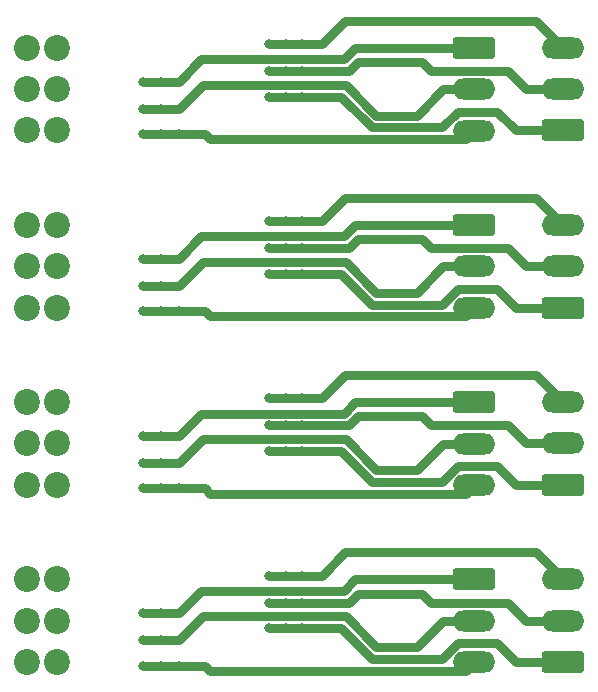
<source format=gbr>
%TF.GenerationSoftware,KiCad,Pcbnew,8.0.5*%
%TF.CreationDate,2025-06-13T10:45:04+02:00*%
%TF.ProjectId,doubleRelayExtensionSMD,646f7562-6c65-4526-956c-617945787465,rev?*%
%TF.SameCoordinates,Original*%
%TF.FileFunction,Copper,L2,Bot*%
%TF.FilePolarity,Positive*%
%FSLAX46Y46*%
G04 Gerber Fmt 4.6, Leading zero omitted, Abs format (unit mm)*
G04 Created by KiCad (PCBNEW 8.0.5) date 2025-06-13 10:45:04*
%MOMM*%
%LPD*%
G01*
G04 APERTURE LIST*
G04 Aperture macros list*
%AMRoundRect*
0 Rectangle with rounded corners*
0 $1 Rounding radius*
0 $2 $3 $4 $5 $6 $7 $8 $9 X,Y pos of 4 corners*
0 Add a 4 corners polygon primitive as box body*
4,1,4,$2,$3,$4,$5,$6,$7,$8,$9,$2,$3,0*
0 Add four circle primitives for the rounded corners*
1,1,$1+$1,$2,$3*
1,1,$1+$1,$4,$5*
1,1,$1+$1,$6,$7*
1,1,$1+$1,$8,$9*
0 Add four rect primitives between the rounded corners*
20,1,$1+$1,$2,$3,$4,$5,0*
20,1,$1+$1,$4,$5,$6,$7,0*
20,1,$1+$1,$6,$7,$8,$9,0*
20,1,$1+$1,$8,$9,$2,$3,0*%
G04 Aperture macros list end*
%TA.AperFunction,ComponentPad*%
%ADD10RoundRect,0.250000X-1.550000X0.650000X-1.550000X-0.650000X1.550000X-0.650000X1.550000X0.650000X0*%
%TD*%
%TA.AperFunction,ComponentPad*%
%ADD11O,3.600000X1.800000*%
%TD*%
%TA.AperFunction,ComponentPad*%
%ADD12C,2.200000*%
%TD*%
%TA.AperFunction,ComponentPad*%
%ADD13RoundRect,0.250000X1.550000X-0.650000X1.550000X0.650000X-1.550000X0.650000X-1.550000X-0.650000X0*%
%TD*%
%TA.AperFunction,ViaPad*%
%ADD14C,0.800000*%
%TD*%
%TA.AperFunction,Conductor*%
%ADD15C,0.800000*%
%TD*%
G04 APERTURE END LIST*
D10*
%TO.P,J12,1,Pin_1*%
%TO.N,Net-(J12-Pin_1)*%
X143357500Y-90017500D03*
D11*
%TO.P,J12,2,Pin_2*%
%TO.N,Net-(J12-Pin_2)*%
X143357500Y-93517500D03*
%TO.P,J12,3,Pin_3*%
%TO.N,Net-(J12-Pin_3)*%
X143357500Y-97017500D03*
%TD*%
D12*
%TO.P,J2,1,Pin_1*%
%TO.N,/relay2/Coil2*%
X108000000Y-52000000D03*
X105500000Y-52000000D03*
%TO.P,J2,2,Pin_2*%
%TO.N,/relay2/V+*%
X108000000Y-48500000D03*
X105500000Y-48500000D03*
%TO.P,J2,3,Pin_3*%
%TO.N,/relay2/Coil1*%
X108000000Y-45000000D03*
X105500000Y-45000000D03*
%TD*%
D10*
%TO.P,J9,1,Pin_1*%
%TO.N,Net-(J9-Pin_1)*%
X143357500Y-75017500D03*
D11*
%TO.P,J9,2,Pin_2*%
%TO.N,Net-(J9-Pin_2)*%
X143357500Y-78517500D03*
%TO.P,J9,3,Pin_3*%
%TO.N,Net-(J9-Pin_3)*%
X143357500Y-82017500D03*
%TD*%
D13*
%TO.P,J11,1,Pin_1*%
%TO.N,Net-(J11-Pin_1)*%
X150857500Y-97000000D03*
D11*
%TO.P,J11,2,Pin_2*%
%TO.N,Net-(J11-Pin_2)*%
X150857500Y-93500000D03*
%TO.P,J11,3,Pin_3*%
%TO.N,Net-(J11-Pin_3)*%
X150857500Y-90000000D03*
%TD*%
D13*
%TO.P,J3,1,Pin_1*%
%TO.N,Net-(J3-Pin_1)*%
X150857500Y-52000000D03*
D11*
%TO.P,J3,2,Pin_2*%
%TO.N,Net-(J3-Pin_2)*%
X150857500Y-48500000D03*
%TO.P,J3,3,Pin_3*%
%TO.N,Net-(J3-Pin_3)*%
X150857500Y-45000000D03*
%TD*%
D12*
%TO.P,J7,1,Pin_1*%
%TO.N,/relay3/Coil2*%
X108000000Y-82000000D03*
X105500000Y-82000000D03*
%TO.P,J7,2,Pin_2*%
%TO.N,/relay3/V+*%
X108000000Y-78500000D03*
X105500000Y-78500000D03*
%TO.P,J7,3,Pin_3*%
%TO.N,/relay3/Coil1*%
X108000000Y-75000000D03*
X105500000Y-75000000D03*
%TD*%
D13*
%TO.P,J4,1,Pin_1*%
%TO.N,Net-(J4-Pin_1)*%
X150857500Y-67000000D03*
D11*
%TO.P,J4,2,Pin_2*%
%TO.N,Net-(J4-Pin_2)*%
X150857500Y-63500000D03*
%TO.P,J4,3,Pin_3*%
%TO.N,Net-(J4-Pin_3)*%
X150857500Y-60000000D03*
%TD*%
D13*
%TO.P,J8,1,Pin_1*%
%TO.N,Net-(J8-Pin_1)*%
X150857500Y-82000000D03*
D11*
%TO.P,J8,2,Pin_2*%
%TO.N,Net-(J8-Pin_2)*%
X150857500Y-78500000D03*
%TO.P,J8,3,Pin_3*%
%TO.N,Net-(J8-Pin_3)*%
X150857500Y-75000000D03*
%TD*%
D12*
%TO.P,J10,1,Pin_1*%
%TO.N,/relay4/Coil2*%
X108000000Y-97000000D03*
X105500000Y-97000000D03*
%TO.P,J10,2,Pin_2*%
%TO.N,/relay4/V+*%
X108000000Y-93500000D03*
X105500000Y-93500000D03*
%TO.P,J10,3,Pin_3*%
%TO.N,/relay4/Coil1*%
X108000000Y-90000000D03*
X105500000Y-90000000D03*
%TD*%
%TO.P,J1,1,Pin_1*%
%TO.N,/relay1/Coil2*%
X108000000Y-67000000D03*
X105500000Y-67000000D03*
%TO.P,J1,2,Pin_2*%
%TO.N,/relay1/V+*%
X108000000Y-63500000D03*
X105500000Y-63500000D03*
%TO.P,J1,3,Pin_3*%
%TO.N,/relay1/Coil1*%
X108000000Y-60000000D03*
X105500000Y-60000000D03*
%TD*%
D10*
%TO.P,J6,1,Pin_1*%
%TO.N,Net-(J6-Pin_1)*%
X143357500Y-45017500D03*
D11*
%TO.P,J6,2,Pin_2*%
%TO.N,Net-(J6-Pin_2)*%
X143357500Y-48517500D03*
%TO.P,J6,3,Pin_3*%
%TO.N,Net-(J6-Pin_3)*%
X143357500Y-52017500D03*
%TD*%
D10*
%TO.P,J5,1,Pin_1*%
%TO.N,Net-(J5-Pin_1)*%
X143357500Y-60017500D03*
D11*
%TO.P,J5,2,Pin_2*%
%TO.N,Net-(J5-Pin_2)*%
X143357500Y-63517500D03*
%TO.P,J5,3,Pin_3*%
%TO.N,Net-(J5-Pin_3)*%
X143357500Y-67017500D03*
%TD*%
D14*
%TO.N,Net-(J4-Pin_2)*%
X127381000Y-61976000D03*
X125984000Y-61976000D03*
X128778000Y-61976000D03*
%TO.N,Net-(J4-Pin_1)*%
X125984000Y-64135000D03*
X127381000Y-64135000D03*
X128778000Y-64135000D03*
%TO.N,Net-(J4-Pin_3)*%
X128778000Y-59690000D03*
X125984000Y-59690000D03*
X127381000Y-59690000D03*
%TO.N,Net-(J5-Pin_2)*%
X116840000Y-65151000D03*
X118364000Y-65151000D03*
X115316000Y-65151000D03*
%TO.N,Net-(J5-Pin_1)*%
X116840000Y-62865000D03*
X118364000Y-62865000D03*
X115316000Y-62865000D03*
%TO.N,Net-(J5-Pin_3)*%
X115316000Y-67310000D03*
X116840000Y-67310000D03*
X118364000Y-67310000D03*
%TO.N,Net-(J3-Pin_2)*%
X127381000Y-46976000D03*
X125984000Y-46976000D03*
X128778000Y-46976000D03*
%TO.N,Net-(J3-Pin_3)*%
X125984000Y-44690000D03*
X128778000Y-44690000D03*
X127381000Y-44690000D03*
%TO.N,Net-(J3-Pin_1)*%
X128778000Y-49135000D03*
X127381000Y-49135000D03*
X125984000Y-49135000D03*
%TO.N,Net-(J6-Pin_1)*%
X118364000Y-47865000D03*
X115316000Y-47865000D03*
X116840000Y-47865000D03*
%TO.N,Net-(J6-Pin_3)*%
X116840000Y-52310000D03*
X118364000Y-52310000D03*
X115316000Y-52310000D03*
%TO.N,Net-(J6-Pin_2)*%
X115316000Y-50151000D03*
X118364000Y-50151000D03*
X116840000Y-50151000D03*
%TO.N,Net-(J8-Pin_2)*%
X128778000Y-76976000D03*
X127381000Y-76976000D03*
X125984000Y-76976000D03*
%TO.N,Net-(J8-Pin_3)*%
X127381000Y-74690000D03*
X128778000Y-74690000D03*
X125984000Y-74690000D03*
%TO.N,Net-(J8-Pin_1)*%
X127381000Y-79135000D03*
X128778000Y-79135000D03*
X125984000Y-79135000D03*
%TO.N,Net-(J9-Pin_2)*%
X116840000Y-80151000D03*
X115316000Y-80151000D03*
X118364000Y-80151000D03*
%TO.N,Net-(J9-Pin_1)*%
X118364000Y-77865000D03*
X116840000Y-77865000D03*
X115316000Y-77865000D03*
%TO.N,Net-(J9-Pin_3)*%
X118364000Y-82310000D03*
X116840000Y-82310000D03*
X115316000Y-82310000D03*
%TO.N,Net-(J11-Pin_3)*%
X128778000Y-89690000D03*
X125984000Y-89690000D03*
X127381000Y-89690000D03*
%TO.N,Net-(J11-Pin_1)*%
X127381000Y-94135000D03*
X125984000Y-94135000D03*
X128778000Y-94135000D03*
%TO.N,Net-(J11-Pin_2)*%
X127381000Y-91976000D03*
X128778000Y-91976000D03*
X125984000Y-91976000D03*
%TO.N,Net-(J12-Pin_2)*%
X118364000Y-95151000D03*
X116840000Y-95151000D03*
X115316000Y-95151000D03*
%TO.N,Net-(J12-Pin_1)*%
X116840000Y-92865000D03*
X115316000Y-92865000D03*
X118364000Y-92865000D03*
%TO.N,Net-(J12-Pin_3)*%
X115316000Y-97310000D03*
X118364000Y-97310000D03*
X116840000Y-97310000D03*
%TD*%
D15*
%TO.N,Net-(J4-Pin_2)*%
X125984000Y-61976000D02*
X128778000Y-61976000D01*
X146177000Y-61976000D02*
X147701000Y-63500000D01*
X147701000Y-63500000D02*
X150857500Y-63500000D01*
X139700000Y-61976000D02*
X146177000Y-61976000D01*
X133477000Y-61214000D02*
X138938000Y-61214000D01*
X138938000Y-61214000D02*
X139700000Y-61976000D01*
X128778000Y-61976000D02*
X132715000Y-61976000D01*
X132715000Y-61976000D02*
X133477000Y-61214000D01*
%TO.N,Net-(J4-Pin_1)*%
X128778000Y-64135000D02*
X132038805Y-64135000D01*
X132038805Y-64135000D02*
X134653805Y-66750000D01*
X145288000Y-65405000D02*
X146883000Y-67000000D01*
X140603680Y-66750000D02*
X141948680Y-65405000D01*
X141948680Y-65405000D02*
X145288000Y-65405000D01*
X134653805Y-66750000D02*
X140603680Y-66750000D01*
X146883000Y-67000000D02*
X150857500Y-67000000D01*
X125984000Y-64135000D02*
X128778000Y-64135000D01*
%TO.N,Net-(J4-Pin_3)*%
X132419000Y-57700000D02*
X148557500Y-57700000D01*
X125984000Y-59690000D02*
X130429000Y-59690000D01*
X148557500Y-57700000D02*
X150857500Y-60000000D01*
X130429000Y-59690000D02*
X132419000Y-57700000D01*
%TO.N,Net-(J5-Pin_2)*%
X132453019Y-63135000D02*
X135068019Y-65750000D01*
X138466000Y-65750000D02*
X140698500Y-63517500D01*
X118364000Y-65151000D02*
X120380000Y-63135000D01*
X140698500Y-63517500D02*
X143357500Y-63517500D01*
X135068019Y-65750000D02*
X138466000Y-65750000D01*
X115316000Y-65151000D02*
X118364000Y-65151000D01*
X120380000Y-63135000D02*
X132453019Y-63135000D01*
%TO.N,Net-(J5-Pin_1)*%
X118364000Y-62865000D02*
X120253000Y-60976000D01*
X120253000Y-60976000D02*
X132300786Y-60976000D01*
X132300786Y-60976000D02*
X133259286Y-60017500D01*
X133259286Y-60017500D02*
X143357500Y-60017500D01*
X115316000Y-62865000D02*
X118364000Y-62865000D01*
%TO.N,Net-(J5-Pin_3)*%
X120523000Y-67310000D02*
X120963000Y-67750000D01*
X142625000Y-67750000D02*
X143357500Y-67017500D01*
X115316000Y-67310000D02*
X120523000Y-67310000D01*
X120963000Y-67750000D02*
X142625000Y-67750000D01*
%TO.N,Net-(J3-Pin_2)*%
X147701000Y-48500000D02*
X150857500Y-48500000D01*
X133477000Y-46214000D02*
X138938000Y-46214000D01*
X138938000Y-46214000D02*
X139700000Y-46976000D01*
X132715000Y-46976000D02*
X133477000Y-46214000D01*
X128778000Y-46976000D02*
X132715000Y-46976000D01*
X125984000Y-46976000D02*
X128778000Y-46976000D01*
X146177000Y-46976000D02*
X147701000Y-48500000D01*
X139700000Y-46976000D02*
X146177000Y-46976000D01*
%TO.N,Net-(J3-Pin_3)*%
X125984000Y-44690000D02*
X130429000Y-44690000D01*
X132419000Y-42700000D02*
X148557500Y-42700000D01*
X148557500Y-42700000D02*
X150857500Y-45000000D01*
X130429000Y-44690000D02*
X132419000Y-42700000D01*
%TO.N,Net-(J3-Pin_1)*%
X140603680Y-51750000D02*
X141948680Y-50405000D01*
X141948680Y-50405000D02*
X145288000Y-50405000D01*
X145288000Y-50405000D02*
X146883000Y-52000000D01*
X134653805Y-51750000D02*
X140603680Y-51750000D01*
X146883000Y-52000000D02*
X150857500Y-52000000D01*
X132038805Y-49135000D02*
X134653805Y-51750000D01*
X128778000Y-49135000D02*
X132038805Y-49135000D01*
X125984000Y-49135000D02*
X128778000Y-49135000D01*
%TO.N,Net-(J6-Pin_1)*%
X120253000Y-45976000D02*
X132300786Y-45976000D01*
X133259286Y-45017500D02*
X143357500Y-45017500D01*
X132300786Y-45976000D02*
X133259286Y-45017500D01*
X115316000Y-47865000D02*
X118364000Y-47865000D01*
X118364000Y-47865000D02*
X120253000Y-45976000D01*
%TO.N,Net-(J6-Pin_3)*%
X142625000Y-52750000D02*
X143357500Y-52017500D01*
X120523000Y-52310000D02*
X120963000Y-52750000D01*
X120963000Y-52750000D02*
X142625000Y-52750000D01*
X115316000Y-52310000D02*
X120523000Y-52310000D01*
%TO.N,Net-(J6-Pin_2)*%
X135068019Y-50750000D02*
X138466000Y-50750000D01*
X115316000Y-50151000D02*
X118364000Y-50151000D01*
X120380000Y-48135000D02*
X132453019Y-48135000D01*
X140698500Y-48517500D02*
X143357500Y-48517500D01*
X132453019Y-48135000D02*
X135068019Y-50750000D01*
X138466000Y-50750000D02*
X140698500Y-48517500D01*
X118364000Y-50151000D02*
X120380000Y-48135000D01*
%TO.N,Net-(J8-Pin_2)*%
X139700000Y-76976000D02*
X146177000Y-76976000D01*
X138938000Y-76214000D02*
X139700000Y-76976000D01*
X147701000Y-78500000D02*
X150857500Y-78500000D01*
X128778000Y-76976000D02*
X132715000Y-76976000D01*
X133477000Y-76214000D02*
X138938000Y-76214000D01*
X125984000Y-76976000D02*
X128778000Y-76976000D01*
X132715000Y-76976000D02*
X133477000Y-76214000D01*
X146177000Y-76976000D02*
X147701000Y-78500000D01*
%TO.N,Net-(J8-Pin_3)*%
X148557500Y-72700000D02*
X150857500Y-75000000D01*
X130429000Y-74690000D02*
X132419000Y-72700000D01*
X125984000Y-74690000D02*
X130429000Y-74690000D01*
X132419000Y-72700000D02*
X148557500Y-72700000D01*
%TO.N,Net-(J8-Pin_1)*%
X140603680Y-81750000D02*
X141948680Y-80405000D01*
X146883000Y-82000000D02*
X150857500Y-82000000D01*
X125984000Y-79135000D02*
X128778000Y-79135000D01*
X134653805Y-81750000D02*
X140603680Y-81750000D01*
X132038805Y-79135000D02*
X134653805Y-81750000D01*
X128778000Y-79135000D02*
X132038805Y-79135000D01*
X141948680Y-80405000D02*
X145288000Y-80405000D01*
X145288000Y-80405000D02*
X146883000Y-82000000D01*
%TO.N,Net-(J9-Pin_2)*%
X115316000Y-80151000D02*
X118364000Y-80151000D01*
X132453019Y-78135000D02*
X135068019Y-80750000D01*
X118364000Y-80151000D02*
X120380000Y-78135000D01*
X138466000Y-80750000D02*
X140698500Y-78517500D01*
X120380000Y-78135000D02*
X132453019Y-78135000D01*
X135068019Y-80750000D02*
X138466000Y-80750000D01*
X140698500Y-78517500D02*
X143357500Y-78517500D01*
%TO.N,Net-(J9-Pin_1)*%
X132300786Y-75976000D02*
X133259286Y-75017500D01*
X120253000Y-75976000D02*
X132300786Y-75976000D01*
X133259286Y-75017500D02*
X143357500Y-75017500D01*
X118364000Y-77865000D02*
X120253000Y-75976000D01*
X115316000Y-77865000D02*
X118364000Y-77865000D01*
%TO.N,Net-(J9-Pin_3)*%
X142625000Y-82750000D02*
X143357500Y-82017500D01*
X115316000Y-82310000D02*
X120523000Y-82310000D01*
X120963000Y-82750000D02*
X142625000Y-82750000D01*
X120523000Y-82310000D02*
X120963000Y-82750000D01*
%TO.N,Net-(J11-Pin_3)*%
X130429000Y-89690000D02*
X132419000Y-87700000D01*
X148557500Y-87700000D02*
X150857500Y-90000000D01*
X132419000Y-87700000D02*
X148557500Y-87700000D01*
X125984000Y-89690000D02*
X130429000Y-89690000D01*
%TO.N,Net-(J11-Pin_1)*%
X140603680Y-96750000D02*
X141948680Y-95405000D01*
X125984000Y-94135000D02*
X128778000Y-94135000D01*
X134653805Y-96750000D02*
X140603680Y-96750000D01*
X128778000Y-94135000D02*
X132038805Y-94135000D01*
X145288000Y-95405000D02*
X146883000Y-97000000D01*
X146883000Y-97000000D02*
X150857500Y-97000000D01*
X141948680Y-95405000D02*
X145288000Y-95405000D01*
X132038805Y-94135000D02*
X134653805Y-96750000D01*
%TO.N,Net-(J11-Pin_2)*%
X146177000Y-91976000D02*
X147701000Y-93500000D01*
X147701000Y-93500000D02*
X150857500Y-93500000D01*
X139700000Y-91976000D02*
X146177000Y-91976000D01*
X133477000Y-91214000D02*
X138938000Y-91214000D01*
X125984000Y-91976000D02*
X128778000Y-91976000D01*
X138938000Y-91214000D02*
X139700000Y-91976000D01*
X128778000Y-91976000D02*
X132715000Y-91976000D01*
X132715000Y-91976000D02*
X133477000Y-91214000D01*
%TO.N,Net-(J12-Pin_2)*%
X138466000Y-95750000D02*
X140698500Y-93517500D01*
X132453019Y-93135000D02*
X135068019Y-95750000D01*
X120380000Y-93135000D02*
X132453019Y-93135000D01*
X135068019Y-95750000D02*
X138466000Y-95750000D01*
X118364000Y-95151000D02*
X120380000Y-93135000D01*
X140698500Y-93517500D02*
X143357500Y-93517500D01*
X115316000Y-95151000D02*
X118364000Y-95151000D01*
%TO.N,Net-(J12-Pin_1)*%
X118364000Y-92865000D02*
X120253000Y-90976000D01*
X133259286Y-90017500D02*
X143357500Y-90017500D01*
X132300786Y-90976000D02*
X133259286Y-90017500D01*
X115316000Y-92865000D02*
X118364000Y-92865000D01*
X120253000Y-90976000D02*
X132300786Y-90976000D01*
%TO.N,Net-(J12-Pin_3)*%
X115316000Y-97310000D02*
X120523000Y-97310000D01*
X142625000Y-97750000D02*
X143357500Y-97017500D01*
X120963000Y-97750000D02*
X142625000Y-97750000D01*
X120523000Y-97310000D02*
X120963000Y-97750000D01*
%TD*%
M02*

</source>
